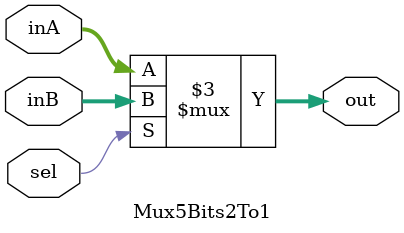
<source format=v>
`timescale 1ns / 1ps


module Mux5Bits2To1(out, inA, inB, sel);

    output reg [4:0] out;
    
    input [4:0] inA;
    input [4:0] inB;
    input sel;

    /* Fill in the implementation here ... */ 
    always @(sel)begin
        if(sel)begin
            out <= inB;
        end
        else begin
            out <= inA;
        end
    
    end

endmodule

</source>
